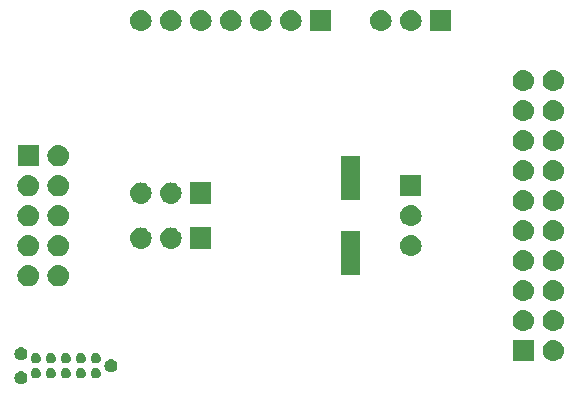
<source format=gbr>
G04 #@! TF.GenerationSoftware,KiCad,Pcbnew,5.1.4-e60b266~84~ubuntu19.04.1*
G04 #@! TF.CreationDate,2019-09-18T22:19:55+02:00*
G04 #@! TF.ProjectId,jlink-tagConnect-adapter,6a6c696e-6b2d-4746-9167-436f6e6e6563,rev?*
G04 #@! TF.SameCoordinates,Original*
G04 #@! TF.FileFunction,Soldermask,Bot*
G04 #@! TF.FilePolarity,Negative*
%FSLAX46Y46*%
G04 Gerber Fmt 4.6, Leading zero omitted, Abs format (unit mm)*
G04 Created by KiCad (PCBNEW 5.1.4-e60b266~84~ubuntu19.04.1) date 2019-09-18 22:19:55*
%MOMM*%
%LPD*%
G04 APERTURE LIST*
%ADD10C,0.100000*%
G04 APERTURE END LIST*
D10*
G36*
X98658578Y-111351197D02*
G01*
X98711350Y-111361694D01*
X98810770Y-111402875D01*
X98900246Y-111462661D01*
X98976339Y-111538754D01*
X99036125Y-111628230D01*
X99077306Y-111727650D01*
X99098300Y-111833194D01*
X99098300Y-111940806D01*
X99077306Y-112046350D01*
X99036125Y-112145770D01*
X98976339Y-112235246D01*
X98900246Y-112311339D01*
X98810770Y-112371125D01*
X98711350Y-112412306D01*
X98658578Y-112422803D01*
X98605807Y-112433300D01*
X98498193Y-112433300D01*
X98445422Y-112422803D01*
X98392650Y-112412306D01*
X98293230Y-112371125D01*
X98203754Y-112311339D01*
X98127661Y-112235246D01*
X98067875Y-112145770D01*
X98026694Y-112046350D01*
X98005700Y-111940806D01*
X98005700Y-111833194D01*
X98026694Y-111727650D01*
X98067875Y-111628230D01*
X98127661Y-111538754D01*
X98203754Y-111462661D01*
X98293230Y-111402875D01*
X98392650Y-111361694D01*
X98445422Y-111351197D01*
X98498193Y-111340700D01*
X98605807Y-111340700D01*
X98658578Y-111351197D01*
X98658578Y-111351197D01*
G37*
G36*
X105031714Y-111078389D02*
G01*
X105112645Y-111111912D01*
X105185480Y-111160579D01*
X105247421Y-111222520D01*
X105296088Y-111295355D01*
X105329611Y-111376286D01*
X105346700Y-111462201D01*
X105346700Y-111549799D01*
X105329611Y-111635714D01*
X105296088Y-111716645D01*
X105247421Y-111789480D01*
X105185480Y-111851421D01*
X105112645Y-111900088D01*
X105112644Y-111900089D01*
X105112643Y-111900089D01*
X105031714Y-111933611D01*
X104945801Y-111950700D01*
X104858199Y-111950700D01*
X104772286Y-111933611D01*
X104691357Y-111900089D01*
X104691356Y-111900089D01*
X104691355Y-111900088D01*
X104618520Y-111851421D01*
X104556579Y-111789480D01*
X104507912Y-111716645D01*
X104474389Y-111635714D01*
X104457300Y-111549799D01*
X104457300Y-111462201D01*
X104474389Y-111376286D01*
X104507912Y-111295355D01*
X104556579Y-111222520D01*
X104618520Y-111160579D01*
X104691355Y-111111912D01*
X104772286Y-111078389D01*
X104858199Y-111061300D01*
X104945801Y-111061300D01*
X105031714Y-111078389D01*
X105031714Y-111078389D01*
G37*
G36*
X103761714Y-111078389D02*
G01*
X103842645Y-111111912D01*
X103915480Y-111160579D01*
X103977421Y-111222520D01*
X104026088Y-111295355D01*
X104059611Y-111376286D01*
X104076700Y-111462201D01*
X104076700Y-111549799D01*
X104059611Y-111635714D01*
X104026088Y-111716645D01*
X103977421Y-111789480D01*
X103915480Y-111851421D01*
X103842645Y-111900088D01*
X103842644Y-111900089D01*
X103842643Y-111900089D01*
X103761714Y-111933611D01*
X103675801Y-111950700D01*
X103588199Y-111950700D01*
X103502286Y-111933611D01*
X103421357Y-111900089D01*
X103421356Y-111900089D01*
X103421355Y-111900088D01*
X103348520Y-111851421D01*
X103286579Y-111789480D01*
X103237912Y-111716645D01*
X103204389Y-111635714D01*
X103187300Y-111549799D01*
X103187300Y-111462201D01*
X103204389Y-111376286D01*
X103237912Y-111295355D01*
X103286579Y-111222520D01*
X103348520Y-111160579D01*
X103421355Y-111111912D01*
X103502286Y-111078389D01*
X103588199Y-111061300D01*
X103675801Y-111061300D01*
X103761714Y-111078389D01*
X103761714Y-111078389D01*
G37*
G36*
X102491714Y-111078389D02*
G01*
X102572645Y-111111912D01*
X102645480Y-111160579D01*
X102707421Y-111222520D01*
X102756088Y-111295355D01*
X102789611Y-111376286D01*
X102806700Y-111462201D01*
X102806700Y-111549799D01*
X102789611Y-111635714D01*
X102756088Y-111716645D01*
X102707421Y-111789480D01*
X102645480Y-111851421D01*
X102572645Y-111900088D01*
X102572644Y-111900089D01*
X102572643Y-111900089D01*
X102491714Y-111933611D01*
X102405801Y-111950700D01*
X102318199Y-111950700D01*
X102232286Y-111933611D01*
X102151357Y-111900089D01*
X102151356Y-111900089D01*
X102151355Y-111900088D01*
X102078520Y-111851421D01*
X102016579Y-111789480D01*
X101967912Y-111716645D01*
X101934389Y-111635714D01*
X101917300Y-111549799D01*
X101917300Y-111462201D01*
X101934389Y-111376286D01*
X101967912Y-111295355D01*
X102016579Y-111222520D01*
X102078520Y-111160579D01*
X102151355Y-111111912D01*
X102232286Y-111078389D01*
X102318199Y-111061300D01*
X102405801Y-111061300D01*
X102491714Y-111078389D01*
X102491714Y-111078389D01*
G37*
G36*
X99951714Y-111078389D02*
G01*
X100032645Y-111111912D01*
X100105480Y-111160579D01*
X100167421Y-111222520D01*
X100216088Y-111295355D01*
X100249611Y-111376286D01*
X100266700Y-111462201D01*
X100266700Y-111549799D01*
X100249611Y-111635714D01*
X100216088Y-111716645D01*
X100167421Y-111789480D01*
X100105480Y-111851421D01*
X100032645Y-111900088D01*
X100032644Y-111900089D01*
X100032643Y-111900089D01*
X99951714Y-111933611D01*
X99865801Y-111950700D01*
X99778199Y-111950700D01*
X99692286Y-111933611D01*
X99611357Y-111900089D01*
X99611356Y-111900089D01*
X99611355Y-111900088D01*
X99538520Y-111851421D01*
X99476579Y-111789480D01*
X99427912Y-111716645D01*
X99394389Y-111635714D01*
X99377300Y-111549799D01*
X99377300Y-111462201D01*
X99394389Y-111376286D01*
X99427912Y-111295355D01*
X99476579Y-111222520D01*
X99538520Y-111160579D01*
X99611355Y-111111912D01*
X99692286Y-111078389D01*
X99778199Y-111061300D01*
X99865801Y-111061300D01*
X99951714Y-111078389D01*
X99951714Y-111078389D01*
G37*
G36*
X101221714Y-111078389D02*
G01*
X101302645Y-111111912D01*
X101375480Y-111160579D01*
X101437421Y-111222520D01*
X101486088Y-111295355D01*
X101519611Y-111376286D01*
X101536700Y-111462201D01*
X101536700Y-111549799D01*
X101519611Y-111635714D01*
X101486088Y-111716645D01*
X101437421Y-111789480D01*
X101375480Y-111851421D01*
X101302645Y-111900088D01*
X101302644Y-111900089D01*
X101302643Y-111900089D01*
X101221714Y-111933611D01*
X101135801Y-111950700D01*
X101048199Y-111950700D01*
X100962286Y-111933611D01*
X100881357Y-111900089D01*
X100881356Y-111900089D01*
X100881355Y-111900088D01*
X100808520Y-111851421D01*
X100746579Y-111789480D01*
X100697912Y-111716645D01*
X100664389Y-111635714D01*
X100647300Y-111549799D01*
X100647300Y-111462201D01*
X100664389Y-111376286D01*
X100697912Y-111295355D01*
X100746579Y-111222520D01*
X100808520Y-111160579D01*
X100881355Y-111111912D01*
X100962286Y-111078389D01*
X101048199Y-111061300D01*
X101135801Y-111061300D01*
X101221714Y-111078389D01*
X101221714Y-111078389D01*
G37*
G36*
X106278578Y-110335197D02*
G01*
X106331350Y-110345694D01*
X106430770Y-110386875D01*
X106520246Y-110446661D01*
X106596339Y-110522754D01*
X106656125Y-110612230D01*
X106697306Y-110711650D01*
X106718300Y-110817194D01*
X106718300Y-110924806D01*
X106697306Y-111030350D01*
X106656125Y-111129770D01*
X106596339Y-111219246D01*
X106520246Y-111295339D01*
X106430770Y-111355125D01*
X106331350Y-111396306D01*
X106298325Y-111402875D01*
X106225807Y-111417300D01*
X106118193Y-111417300D01*
X106045675Y-111402875D01*
X106012650Y-111396306D01*
X105913230Y-111355125D01*
X105823754Y-111295339D01*
X105747661Y-111219246D01*
X105687875Y-111129770D01*
X105646694Y-111030350D01*
X105625700Y-110924806D01*
X105625700Y-110817194D01*
X105646694Y-110711650D01*
X105687875Y-110612230D01*
X105747661Y-110522754D01*
X105823754Y-110446661D01*
X105913230Y-110386875D01*
X106012650Y-110345694D01*
X106065422Y-110335197D01*
X106118193Y-110324700D01*
X106225807Y-110324700D01*
X106278578Y-110335197D01*
X106278578Y-110335197D01*
G37*
G36*
X102491714Y-109808389D02*
G01*
X102572645Y-109841912D01*
X102645480Y-109890579D01*
X102707421Y-109952520D01*
X102756088Y-110025355D01*
X102789611Y-110106286D01*
X102806700Y-110192201D01*
X102806700Y-110279799D01*
X102789611Y-110365714D01*
X102756088Y-110446645D01*
X102707421Y-110519480D01*
X102645480Y-110581421D01*
X102572645Y-110630088D01*
X102572644Y-110630089D01*
X102572643Y-110630089D01*
X102491714Y-110663611D01*
X102405801Y-110680700D01*
X102318199Y-110680700D01*
X102232286Y-110663611D01*
X102151357Y-110630089D01*
X102151356Y-110630089D01*
X102151355Y-110630088D01*
X102078520Y-110581421D01*
X102016579Y-110519480D01*
X101967912Y-110446645D01*
X101934389Y-110365714D01*
X101917300Y-110279799D01*
X101917300Y-110192201D01*
X101934389Y-110106286D01*
X101967912Y-110025355D01*
X102016579Y-109952520D01*
X102078520Y-109890579D01*
X102151355Y-109841912D01*
X102232286Y-109808389D01*
X102318199Y-109791300D01*
X102405801Y-109791300D01*
X102491714Y-109808389D01*
X102491714Y-109808389D01*
G37*
G36*
X103761714Y-109808389D02*
G01*
X103842645Y-109841912D01*
X103915480Y-109890579D01*
X103977421Y-109952520D01*
X104026088Y-110025355D01*
X104059611Y-110106286D01*
X104076700Y-110192201D01*
X104076700Y-110279799D01*
X104059611Y-110365714D01*
X104026088Y-110446645D01*
X103977421Y-110519480D01*
X103915480Y-110581421D01*
X103842645Y-110630088D01*
X103842644Y-110630089D01*
X103842643Y-110630089D01*
X103761714Y-110663611D01*
X103675801Y-110680700D01*
X103588199Y-110680700D01*
X103502286Y-110663611D01*
X103421357Y-110630089D01*
X103421356Y-110630089D01*
X103421355Y-110630088D01*
X103348520Y-110581421D01*
X103286579Y-110519480D01*
X103237912Y-110446645D01*
X103204389Y-110365714D01*
X103187300Y-110279799D01*
X103187300Y-110192201D01*
X103204389Y-110106286D01*
X103237912Y-110025355D01*
X103286579Y-109952520D01*
X103348520Y-109890579D01*
X103421355Y-109841912D01*
X103502286Y-109808389D01*
X103588199Y-109791300D01*
X103675801Y-109791300D01*
X103761714Y-109808389D01*
X103761714Y-109808389D01*
G37*
G36*
X105031714Y-109808389D02*
G01*
X105112645Y-109841912D01*
X105185480Y-109890579D01*
X105247421Y-109952520D01*
X105296088Y-110025355D01*
X105329611Y-110106286D01*
X105346700Y-110192201D01*
X105346700Y-110279799D01*
X105329611Y-110365714D01*
X105296088Y-110446645D01*
X105247421Y-110519480D01*
X105185480Y-110581421D01*
X105112645Y-110630088D01*
X105112644Y-110630089D01*
X105112643Y-110630089D01*
X105031714Y-110663611D01*
X104945801Y-110680700D01*
X104858199Y-110680700D01*
X104772286Y-110663611D01*
X104691357Y-110630089D01*
X104691356Y-110630089D01*
X104691355Y-110630088D01*
X104618520Y-110581421D01*
X104556579Y-110519480D01*
X104507912Y-110446645D01*
X104474389Y-110365714D01*
X104457300Y-110279799D01*
X104457300Y-110192201D01*
X104474389Y-110106286D01*
X104507912Y-110025355D01*
X104556579Y-109952520D01*
X104618520Y-109890579D01*
X104691355Y-109841912D01*
X104772286Y-109808389D01*
X104858199Y-109791300D01*
X104945801Y-109791300D01*
X105031714Y-109808389D01*
X105031714Y-109808389D01*
G37*
G36*
X99951714Y-109808389D02*
G01*
X100032645Y-109841912D01*
X100105480Y-109890579D01*
X100167421Y-109952520D01*
X100216088Y-110025355D01*
X100249611Y-110106286D01*
X100266700Y-110192201D01*
X100266700Y-110279799D01*
X100249611Y-110365714D01*
X100216088Y-110446645D01*
X100167421Y-110519480D01*
X100105480Y-110581421D01*
X100032645Y-110630088D01*
X100032644Y-110630089D01*
X100032643Y-110630089D01*
X99951714Y-110663611D01*
X99865801Y-110680700D01*
X99778199Y-110680700D01*
X99692286Y-110663611D01*
X99611357Y-110630089D01*
X99611356Y-110630089D01*
X99611355Y-110630088D01*
X99538520Y-110581421D01*
X99476579Y-110519480D01*
X99427912Y-110446645D01*
X99394389Y-110365714D01*
X99377300Y-110279799D01*
X99377300Y-110192201D01*
X99394389Y-110106286D01*
X99427912Y-110025355D01*
X99476579Y-109952520D01*
X99538520Y-109890579D01*
X99611355Y-109841912D01*
X99692286Y-109808389D01*
X99778199Y-109791300D01*
X99865801Y-109791300D01*
X99951714Y-109808389D01*
X99951714Y-109808389D01*
G37*
G36*
X101221714Y-109808389D02*
G01*
X101302645Y-109841912D01*
X101375480Y-109890579D01*
X101437421Y-109952520D01*
X101486088Y-110025355D01*
X101519611Y-110106286D01*
X101536700Y-110192201D01*
X101536700Y-110279799D01*
X101519611Y-110365714D01*
X101486088Y-110446645D01*
X101437421Y-110519480D01*
X101375480Y-110581421D01*
X101302645Y-110630088D01*
X101302644Y-110630089D01*
X101302643Y-110630089D01*
X101221714Y-110663611D01*
X101135801Y-110680700D01*
X101048199Y-110680700D01*
X100962286Y-110663611D01*
X100881357Y-110630089D01*
X100881356Y-110630089D01*
X100881355Y-110630088D01*
X100808520Y-110581421D01*
X100746579Y-110519480D01*
X100697912Y-110446645D01*
X100664389Y-110365714D01*
X100647300Y-110279799D01*
X100647300Y-110192201D01*
X100664389Y-110106286D01*
X100697912Y-110025355D01*
X100746579Y-109952520D01*
X100808520Y-109890579D01*
X100881355Y-109841912D01*
X100962286Y-109808389D01*
X101048199Y-109791300D01*
X101135801Y-109791300D01*
X101221714Y-109808389D01*
X101221714Y-109808389D01*
G37*
G36*
X141998000Y-110502000D02*
G01*
X140196000Y-110502000D01*
X140196000Y-108700000D01*
X141998000Y-108700000D01*
X141998000Y-110502000D01*
X141998000Y-110502000D01*
G37*
G36*
X143747443Y-108706519D02*
G01*
X143813627Y-108713037D01*
X143983466Y-108764557D01*
X144139991Y-108848222D01*
X144175729Y-108877552D01*
X144277186Y-108960814D01*
X144360448Y-109062271D01*
X144389778Y-109098009D01*
X144473443Y-109254534D01*
X144524963Y-109424373D01*
X144542359Y-109601000D01*
X144524963Y-109777627D01*
X144490699Y-109890579D01*
X144473442Y-109947468D01*
X144437693Y-110014349D01*
X144389778Y-110103991D01*
X144360448Y-110139729D01*
X144277186Y-110241186D01*
X144175729Y-110324448D01*
X144139991Y-110353778D01*
X143983466Y-110437443D01*
X143813627Y-110488963D01*
X143747443Y-110495481D01*
X143681260Y-110502000D01*
X143592740Y-110502000D01*
X143526557Y-110495481D01*
X143460373Y-110488963D01*
X143290534Y-110437443D01*
X143134009Y-110353778D01*
X143098271Y-110324448D01*
X142996814Y-110241186D01*
X142913552Y-110139729D01*
X142884222Y-110103991D01*
X142836307Y-110014349D01*
X142800558Y-109947468D01*
X142783301Y-109890579D01*
X142749037Y-109777627D01*
X142731641Y-109601000D01*
X142749037Y-109424373D01*
X142800557Y-109254534D01*
X142884222Y-109098009D01*
X142913552Y-109062271D01*
X142996814Y-108960814D01*
X143098271Y-108877552D01*
X143134009Y-108848222D01*
X143290534Y-108764557D01*
X143460373Y-108713037D01*
X143526557Y-108706519D01*
X143592740Y-108700000D01*
X143681260Y-108700000D01*
X143747443Y-108706519D01*
X143747443Y-108706519D01*
G37*
G36*
X98658578Y-109319197D02*
G01*
X98711350Y-109329694D01*
X98810770Y-109370875D01*
X98900246Y-109430661D01*
X98976339Y-109506754D01*
X99036125Y-109596230D01*
X99077306Y-109695650D01*
X99098300Y-109801194D01*
X99098300Y-109908806D01*
X99077306Y-110014350D01*
X99036125Y-110113770D01*
X98976339Y-110203246D01*
X98900246Y-110279339D01*
X98810770Y-110339125D01*
X98711350Y-110380306D01*
X98678325Y-110386875D01*
X98605807Y-110401300D01*
X98498193Y-110401300D01*
X98425675Y-110386875D01*
X98392650Y-110380306D01*
X98293230Y-110339125D01*
X98203754Y-110279339D01*
X98127661Y-110203246D01*
X98067875Y-110113770D01*
X98026694Y-110014350D01*
X98005700Y-109908806D01*
X98005700Y-109801194D01*
X98026694Y-109695650D01*
X98067875Y-109596230D01*
X98127661Y-109506754D01*
X98203754Y-109430661D01*
X98293230Y-109370875D01*
X98392650Y-109329694D01*
X98445422Y-109319197D01*
X98498193Y-109308700D01*
X98605807Y-109308700D01*
X98658578Y-109319197D01*
X98658578Y-109319197D01*
G37*
G36*
X143747442Y-106166518D02*
G01*
X143813627Y-106173037D01*
X143983466Y-106224557D01*
X144139991Y-106308222D01*
X144175729Y-106337552D01*
X144277186Y-106420814D01*
X144360448Y-106522271D01*
X144389778Y-106558009D01*
X144473443Y-106714534D01*
X144524963Y-106884373D01*
X144542359Y-107061000D01*
X144524963Y-107237627D01*
X144473443Y-107407466D01*
X144389778Y-107563991D01*
X144360448Y-107599729D01*
X144277186Y-107701186D01*
X144175729Y-107784448D01*
X144139991Y-107813778D01*
X143983466Y-107897443D01*
X143813627Y-107948963D01*
X143747443Y-107955481D01*
X143681260Y-107962000D01*
X143592740Y-107962000D01*
X143526557Y-107955481D01*
X143460373Y-107948963D01*
X143290534Y-107897443D01*
X143134009Y-107813778D01*
X143098271Y-107784448D01*
X142996814Y-107701186D01*
X142913552Y-107599729D01*
X142884222Y-107563991D01*
X142800557Y-107407466D01*
X142749037Y-107237627D01*
X142731641Y-107061000D01*
X142749037Y-106884373D01*
X142800557Y-106714534D01*
X142884222Y-106558009D01*
X142913552Y-106522271D01*
X142996814Y-106420814D01*
X143098271Y-106337552D01*
X143134009Y-106308222D01*
X143290534Y-106224557D01*
X143460373Y-106173037D01*
X143526558Y-106166518D01*
X143592740Y-106160000D01*
X143681260Y-106160000D01*
X143747442Y-106166518D01*
X143747442Y-106166518D01*
G37*
G36*
X141207442Y-106166518D02*
G01*
X141273627Y-106173037D01*
X141443466Y-106224557D01*
X141599991Y-106308222D01*
X141635729Y-106337552D01*
X141737186Y-106420814D01*
X141820448Y-106522271D01*
X141849778Y-106558009D01*
X141933443Y-106714534D01*
X141984963Y-106884373D01*
X142002359Y-107061000D01*
X141984963Y-107237627D01*
X141933443Y-107407466D01*
X141849778Y-107563991D01*
X141820448Y-107599729D01*
X141737186Y-107701186D01*
X141635729Y-107784448D01*
X141599991Y-107813778D01*
X141443466Y-107897443D01*
X141273627Y-107948963D01*
X141207443Y-107955481D01*
X141141260Y-107962000D01*
X141052740Y-107962000D01*
X140986557Y-107955481D01*
X140920373Y-107948963D01*
X140750534Y-107897443D01*
X140594009Y-107813778D01*
X140558271Y-107784448D01*
X140456814Y-107701186D01*
X140373552Y-107599729D01*
X140344222Y-107563991D01*
X140260557Y-107407466D01*
X140209037Y-107237627D01*
X140191641Y-107061000D01*
X140209037Y-106884373D01*
X140260557Y-106714534D01*
X140344222Y-106558009D01*
X140373552Y-106522271D01*
X140456814Y-106420814D01*
X140558271Y-106337552D01*
X140594009Y-106308222D01*
X140750534Y-106224557D01*
X140920373Y-106173037D01*
X140986558Y-106166518D01*
X141052740Y-106160000D01*
X141141260Y-106160000D01*
X141207442Y-106166518D01*
X141207442Y-106166518D01*
G37*
G36*
X141207442Y-103626518D02*
G01*
X141273627Y-103633037D01*
X141443466Y-103684557D01*
X141599991Y-103768222D01*
X141635729Y-103797552D01*
X141737186Y-103880814D01*
X141820448Y-103982271D01*
X141849778Y-104018009D01*
X141933443Y-104174534D01*
X141984963Y-104344373D01*
X142002359Y-104521000D01*
X141984963Y-104697627D01*
X141933443Y-104867466D01*
X141849778Y-105023991D01*
X141820448Y-105059729D01*
X141737186Y-105161186D01*
X141635729Y-105244448D01*
X141599991Y-105273778D01*
X141443466Y-105357443D01*
X141273627Y-105408963D01*
X141207442Y-105415482D01*
X141141260Y-105422000D01*
X141052740Y-105422000D01*
X140986558Y-105415482D01*
X140920373Y-105408963D01*
X140750534Y-105357443D01*
X140594009Y-105273778D01*
X140558271Y-105244448D01*
X140456814Y-105161186D01*
X140373552Y-105059729D01*
X140344222Y-105023991D01*
X140260557Y-104867466D01*
X140209037Y-104697627D01*
X140191641Y-104521000D01*
X140209037Y-104344373D01*
X140260557Y-104174534D01*
X140344222Y-104018009D01*
X140373552Y-103982271D01*
X140456814Y-103880814D01*
X140558271Y-103797552D01*
X140594009Y-103768222D01*
X140750534Y-103684557D01*
X140920373Y-103633037D01*
X140986558Y-103626518D01*
X141052740Y-103620000D01*
X141141260Y-103620000D01*
X141207442Y-103626518D01*
X141207442Y-103626518D01*
G37*
G36*
X143747442Y-103626518D02*
G01*
X143813627Y-103633037D01*
X143983466Y-103684557D01*
X144139991Y-103768222D01*
X144175729Y-103797552D01*
X144277186Y-103880814D01*
X144360448Y-103982271D01*
X144389778Y-104018009D01*
X144473443Y-104174534D01*
X144524963Y-104344373D01*
X144542359Y-104521000D01*
X144524963Y-104697627D01*
X144473443Y-104867466D01*
X144389778Y-105023991D01*
X144360448Y-105059729D01*
X144277186Y-105161186D01*
X144175729Y-105244448D01*
X144139991Y-105273778D01*
X143983466Y-105357443D01*
X143813627Y-105408963D01*
X143747442Y-105415482D01*
X143681260Y-105422000D01*
X143592740Y-105422000D01*
X143526558Y-105415482D01*
X143460373Y-105408963D01*
X143290534Y-105357443D01*
X143134009Y-105273778D01*
X143098271Y-105244448D01*
X142996814Y-105161186D01*
X142913552Y-105059729D01*
X142884222Y-105023991D01*
X142800557Y-104867466D01*
X142749037Y-104697627D01*
X142731641Y-104521000D01*
X142749037Y-104344373D01*
X142800557Y-104174534D01*
X142884222Y-104018009D01*
X142913552Y-103982271D01*
X142996814Y-103880814D01*
X143098271Y-103797552D01*
X143134009Y-103768222D01*
X143290534Y-103684557D01*
X143460373Y-103633037D01*
X143526558Y-103626518D01*
X143592740Y-103620000D01*
X143681260Y-103620000D01*
X143747442Y-103626518D01*
X143747442Y-103626518D01*
G37*
G36*
X101906294Y-102349633D02*
G01*
X102078695Y-102401931D01*
X102237583Y-102486858D01*
X102376849Y-102601151D01*
X102491142Y-102740417D01*
X102576069Y-102899305D01*
X102628367Y-103071706D01*
X102646025Y-103251000D01*
X102628367Y-103430294D01*
X102576069Y-103602695D01*
X102491142Y-103761583D01*
X102376849Y-103900849D01*
X102237583Y-104015142D01*
X102078695Y-104100069D01*
X101906294Y-104152367D01*
X101771931Y-104165600D01*
X101682069Y-104165600D01*
X101547706Y-104152367D01*
X101375305Y-104100069D01*
X101216417Y-104015142D01*
X101077151Y-103900849D01*
X100962858Y-103761583D01*
X100877931Y-103602695D01*
X100825633Y-103430294D01*
X100807975Y-103251000D01*
X100825633Y-103071706D01*
X100877931Y-102899305D01*
X100962858Y-102740417D01*
X101077151Y-102601151D01*
X101216417Y-102486858D01*
X101375305Y-102401931D01*
X101547706Y-102349633D01*
X101682069Y-102336400D01*
X101771931Y-102336400D01*
X101906294Y-102349633D01*
X101906294Y-102349633D01*
G37*
G36*
X99366294Y-102349633D02*
G01*
X99538695Y-102401931D01*
X99697583Y-102486858D01*
X99836849Y-102601151D01*
X99951142Y-102740417D01*
X100036069Y-102899305D01*
X100088367Y-103071706D01*
X100106025Y-103251000D01*
X100088367Y-103430294D01*
X100036069Y-103602695D01*
X99951142Y-103761583D01*
X99836849Y-103900849D01*
X99697583Y-104015142D01*
X99538695Y-104100069D01*
X99366294Y-104152367D01*
X99231931Y-104165600D01*
X99142069Y-104165600D01*
X99007706Y-104152367D01*
X98835305Y-104100069D01*
X98676417Y-104015142D01*
X98537151Y-103900849D01*
X98422858Y-103761583D01*
X98337931Y-103602695D01*
X98285633Y-103430294D01*
X98267975Y-103251000D01*
X98285633Y-103071706D01*
X98337931Y-102899305D01*
X98422858Y-102740417D01*
X98537151Y-102601151D01*
X98676417Y-102486858D01*
X98835305Y-102401931D01*
X99007706Y-102349633D01*
X99142069Y-102336400D01*
X99231931Y-102336400D01*
X99366294Y-102349633D01*
X99366294Y-102349633D01*
G37*
G36*
X127293000Y-103197000D02*
G01*
X125691000Y-103197000D01*
X125691000Y-99495000D01*
X127293000Y-99495000D01*
X127293000Y-103197000D01*
X127293000Y-103197000D01*
G37*
G36*
X143747443Y-101086519D02*
G01*
X143813627Y-101093037D01*
X143983466Y-101144557D01*
X144139991Y-101228222D01*
X144175729Y-101257552D01*
X144277186Y-101340814D01*
X144360448Y-101442271D01*
X144389778Y-101478009D01*
X144473443Y-101634534D01*
X144524963Y-101804373D01*
X144542359Y-101981000D01*
X144524963Y-102157627D01*
X144473443Y-102327466D01*
X144389778Y-102483991D01*
X144387425Y-102486858D01*
X144277186Y-102621186D01*
X144175729Y-102704448D01*
X144139991Y-102733778D01*
X143983466Y-102817443D01*
X143813627Y-102868963D01*
X143747443Y-102875481D01*
X143681260Y-102882000D01*
X143592740Y-102882000D01*
X143526557Y-102875481D01*
X143460373Y-102868963D01*
X143290534Y-102817443D01*
X143134009Y-102733778D01*
X143098271Y-102704448D01*
X142996814Y-102621186D01*
X142886575Y-102486858D01*
X142884222Y-102483991D01*
X142800557Y-102327466D01*
X142749037Y-102157627D01*
X142731641Y-101981000D01*
X142749037Y-101804373D01*
X142800557Y-101634534D01*
X142884222Y-101478009D01*
X142913552Y-101442271D01*
X142996814Y-101340814D01*
X143098271Y-101257552D01*
X143134009Y-101228222D01*
X143290534Y-101144557D01*
X143460373Y-101093037D01*
X143526557Y-101086519D01*
X143592740Y-101080000D01*
X143681260Y-101080000D01*
X143747443Y-101086519D01*
X143747443Y-101086519D01*
G37*
G36*
X141207443Y-101086519D02*
G01*
X141273627Y-101093037D01*
X141443466Y-101144557D01*
X141599991Y-101228222D01*
X141635729Y-101257552D01*
X141737186Y-101340814D01*
X141820448Y-101442271D01*
X141849778Y-101478009D01*
X141933443Y-101634534D01*
X141984963Y-101804373D01*
X142002359Y-101981000D01*
X141984963Y-102157627D01*
X141933443Y-102327466D01*
X141849778Y-102483991D01*
X141847425Y-102486858D01*
X141737186Y-102621186D01*
X141635729Y-102704448D01*
X141599991Y-102733778D01*
X141443466Y-102817443D01*
X141273627Y-102868963D01*
X141207443Y-102875481D01*
X141141260Y-102882000D01*
X141052740Y-102882000D01*
X140986557Y-102875481D01*
X140920373Y-102868963D01*
X140750534Y-102817443D01*
X140594009Y-102733778D01*
X140558271Y-102704448D01*
X140456814Y-102621186D01*
X140346575Y-102486858D01*
X140344222Y-102483991D01*
X140260557Y-102327466D01*
X140209037Y-102157627D01*
X140191641Y-101981000D01*
X140209037Y-101804373D01*
X140260557Y-101634534D01*
X140344222Y-101478009D01*
X140373552Y-101442271D01*
X140456814Y-101340814D01*
X140558271Y-101257552D01*
X140594009Y-101228222D01*
X140750534Y-101144557D01*
X140920373Y-101093037D01*
X140986557Y-101086519D01*
X141052740Y-101080000D01*
X141141260Y-101080000D01*
X141207443Y-101086519D01*
X141207443Y-101086519D01*
G37*
G36*
X101906294Y-99809633D02*
G01*
X102078695Y-99861931D01*
X102237583Y-99946858D01*
X102376849Y-100061151D01*
X102491142Y-100200417D01*
X102576069Y-100359305D01*
X102628367Y-100531706D01*
X102646025Y-100711000D01*
X102628367Y-100890294D01*
X102576069Y-101062695D01*
X102491142Y-101221583D01*
X102376849Y-101360849D01*
X102237583Y-101475142D01*
X102078695Y-101560069D01*
X101906294Y-101612367D01*
X101771931Y-101625600D01*
X101682069Y-101625600D01*
X101547706Y-101612367D01*
X101375305Y-101560069D01*
X101216417Y-101475142D01*
X101077151Y-101360849D01*
X100962858Y-101221583D01*
X100877931Y-101062695D01*
X100825633Y-100890294D01*
X100807975Y-100711000D01*
X100825633Y-100531706D01*
X100877931Y-100359305D01*
X100962858Y-100200417D01*
X101077151Y-100061151D01*
X101216417Y-99946858D01*
X101375305Y-99861931D01*
X101547706Y-99809633D01*
X101682069Y-99796400D01*
X101771931Y-99796400D01*
X101906294Y-99809633D01*
X101906294Y-99809633D01*
G37*
G36*
X99366294Y-99809633D02*
G01*
X99538695Y-99861931D01*
X99697583Y-99946858D01*
X99836849Y-100061151D01*
X99951142Y-100200417D01*
X100036069Y-100359305D01*
X100088367Y-100531706D01*
X100106025Y-100711000D01*
X100088367Y-100890294D01*
X100036069Y-101062695D01*
X99951142Y-101221583D01*
X99836849Y-101360849D01*
X99697583Y-101475142D01*
X99538695Y-101560069D01*
X99366294Y-101612367D01*
X99231931Y-101625600D01*
X99142069Y-101625600D01*
X99007706Y-101612367D01*
X98835305Y-101560069D01*
X98676417Y-101475142D01*
X98537151Y-101360849D01*
X98422858Y-101221583D01*
X98337931Y-101062695D01*
X98285633Y-100890294D01*
X98267975Y-100711000D01*
X98285633Y-100531706D01*
X98337931Y-100359305D01*
X98422858Y-100200417D01*
X98537151Y-100061151D01*
X98676417Y-99946858D01*
X98835305Y-99861931D01*
X99007706Y-99809633D01*
X99142069Y-99796400D01*
X99231931Y-99796400D01*
X99366294Y-99809633D01*
X99366294Y-99809633D01*
G37*
G36*
X131682442Y-99816518D02*
G01*
X131748627Y-99823037D01*
X131918466Y-99874557D01*
X132074991Y-99958222D01*
X132110729Y-99987552D01*
X132212186Y-100070814D01*
X132295448Y-100172271D01*
X132324778Y-100208009D01*
X132324779Y-100208011D01*
X132405648Y-100359304D01*
X132408443Y-100364534D01*
X132459963Y-100534373D01*
X132477359Y-100711000D01*
X132459963Y-100887627D01*
X132432852Y-100977000D01*
X132408442Y-101057468D01*
X132396398Y-101080000D01*
X132324778Y-101213991D01*
X132295448Y-101249729D01*
X132212186Y-101351186D01*
X132110729Y-101434448D01*
X132074991Y-101463778D01*
X131918466Y-101547443D01*
X131748627Y-101598963D01*
X131682442Y-101605482D01*
X131616260Y-101612000D01*
X131527740Y-101612000D01*
X131461557Y-101605481D01*
X131395373Y-101598963D01*
X131225534Y-101547443D01*
X131069009Y-101463778D01*
X131033271Y-101434448D01*
X130931814Y-101351186D01*
X130848552Y-101249729D01*
X130819222Y-101213991D01*
X130747602Y-101080000D01*
X130735558Y-101057468D01*
X130711148Y-100977000D01*
X130684037Y-100887627D01*
X130666641Y-100711000D01*
X130684037Y-100534373D01*
X130735557Y-100364534D01*
X130738353Y-100359304D01*
X130819221Y-100208011D01*
X130819222Y-100208009D01*
X130848552Y-100172271D01*
X130931814Y-100070814D01*
X131033271Y-99987552D01*
X131069009Y-99958222D01*
X131225534Y-99874557D01*
X131395373Y-99823037D01*
X131461558Y-99816518D01*
X131527740Y-99810000D01*
X131616260Y-99810000D01*
X131682442Y-99816518D01*
X131682442Y-99816518D01*
G37*
G36*
X114693000Y-100977000D02*
G01*
X112891000Y-100977000D01*
X112891000Y-99175000D01*
X114693000Y-99175000D01*
X114693000Y-100977000D01*
X114693000Y-100977000D01*
G37*
G36*
X111362442Y-99181518D02*
G01*
X111428627Y-99188037D01*
X111598466Y-99239557D01*
X111754991Y-99323222D01*
X111790729Y-99352552D01*
X111892186Y-99435814D01*
X111975448Y-99537271D01*
X112004778Y-99573009D01*
X112088443Y-99729534D01*
X112139963Y-99899373D01*
X112157359Y-100076000D01*
X112139963Y-100252627D01*
X112088443Y-100422466D01*
X112004778Y-100578991D01*
X111989998Y-100597000D01*
X111892186Y-100716186D01*
X111796149Y-100795000D01*
X111754991Y-100828778D01*
X111598466Y-100912443D01*
X111428627Y-100963963D01*
X111362442Y-100970482D01*
X111296260Y-100977000D01*
X111207740Y-100977000D01*
X111141558Y-100970482D01*
X111075373Y-100963963D01*
X110905534Y-100912443D01*
X110749009Y-100828778D01*
X110707851Y-100795000D01*
X110611814Y-100716186D01*
X110514002Y-100597000D01*
X110499222Y-100578991D01*
X110415557Y-100422466D01*
X110364037Y-100252627D01*
X110346641Y-100076000D01*
X110364037Y-99899373D01*
X110415557Y-99729534D01*
X110499222Y-99573009D01*
X110528552Y-99537271D01*
X110611814Y-99435814D01*
X110713271Y-99352552D01*
X110749009Y-99323222D01*
X110905534Y-99239557D01*
X111075373Y-99188037D01*
X111141558Y-99181518D01*
X111207740Y-99175000D01*
X111296260Y-99175000D01*
X111362442Y-99181518D01*
X111362442Y-99181518D01*
G37*
G36*
X108822442Y-99181518D02*
G01*
X108888627Y-99188037D01*
X109058466Y-99239557D01*
X109214991Y-99323222D01*
X109250729Y-99352552D01*
X109352186Y-99435814D01*
X109435448Y-99537271D01*
X109464778Y-99573009D01*
X109548443Y-99729534D01*
X109599963Y-99899373D01*
X109617359Y-100076000D01*
X109599963Y-100252627D01*
X109548443Y-100422466D01*
X109464778Y-100578991D01*
X109449998Y-100597000D01*
X109352186Y-100716186D01*
X109256149Y-100795000D01*
X109214991Y-100828778D01*
X109058466Y-100912443D01*
X108888627Y-100963963D01*
X108822442Y-100970482D01*
X108756260Y-100977000D01*
X108667740Y-100977000D01*
X108601558Y-100970482D01*
X108535373Y-100963963D01*
X108365534Y-100912443D01*
X108209009Y-100828778D01*
X108167851Y-100795000D01*
X108071814Y-100716186D01*
X107974002Y-100597000D01*
X107959222Y-100578991D01*
X107875557Y-100422466D01*
X107824037Y-100252627D01*
X107806641Y-100076000D01*
X107824037Y-99899373D01*
X107875557Y-99729534D01*
X107959222Y-99573009D01*
X107988552Y-99537271D01*
X108071814Y-99435814D01*
X108173271Y-99352552D01*
X108209009Y-99323222D01*
X108365534Y-99239557D01*
X108535373Y-99188037D01*
X108601558Y-99181518D01*
X108667740Y-99175000D01*
X108756260Y-99175000D01*
X108822442Y-99181518D01*
X108822442Y-99181518D01*
G37*
G36*
X143747442Y-98546518D02*
G01*
X143813627Y-98553037D01*
X143983466Y-98604557D01*
X144139991Y-98688222D01*
X144175729Y-98717552D01*
X144277186Y-98800814D01*
X144360448Y-98902271D01*
X144389778Y-98938009D01*
X144473443Y-99094534D01*
X144524963Y-99264373D01*
X144542359Y-99441000D01*
X144524963Y-99617627D01*
X144473443Y-99787466D01*
X144389778Y-99943991D01*
X144360448Y-99979729D01*
X144277186Y-100081186D01*
X144175729Y-100164448D01*
X144139991Y-100193778D01*
X143983466Y-100277443D01*
X143813627Y-100328963D01*
X143747443Y-100335481D01*
X143681260Y-100342000D01*
X143592740Y-100342000D01*
X143526557Y-100335481D01*
X143460373Y-100328963D01*
X143290534Y-100277443D01*
X143134009Y-100193778D01*
X143098271Y-100164448D01*
X142996814Y-100081186D01*
X142913552Y-99979729D01*
X142884222Y-99943991D01*
X142800557Y-99787466D01*
X142749037Y-99617627D01*
X142731641Y-99441000D01*
X142749037Y-99264373D01*
X142800557Y-99094534D01*
X142884222Y-98938009D01*
X142913552Y-98902271D01*
X142996814Y-98800814D01*
X143098271Y-98717552D01*
X143134009Y-98688222D01*
X143290534Y-98604557D01*
X143460373Y-98553037D01*
X143526558Y-98546518D01*
X143592740Y-98540000D01*
X143681260Y-98540000D01*
X143747442Y-98546518D01*
X143747442Y-98546518D01*
G37*
G36*
X141207442Y-98546518D02*
G01*
X141273627Y-98553037D01*
X141443466Y-98604557D01*
X141599991Y-98688222D01*
X141635729Y-98717552D01*
X141737186Y-98800814D01*
X141820448Y-98902271D01*
X141849778Y-98938009D01*
X141933443Y-99094534D01*
X141984963Y-99264373D01*
X142002359Y-99441000D01*
X141984963Y-99617627D01*
X141933443Y-99787466D01*
X141849778Y-99943991D01*
X141820448Y-99979729D01*
X141737186Y-100081186D01*
X141635729Y-100164448D01*
X141599991Y-100193778D01*
X141443466Y-100277443D01*
X141273627Y-100328963D01*
X141207443Y-100335481D01*
X141141260Y-100342000D01*
X141052740Y-100342000D01*
X140986557Y-100335481D01*
X140920373Y-100328963D01*
X140750534Y-100277443D01*
X140594009Y-100193778D01*
X140558271Y-100164448D01*
X140456814Y-100081186D01*
X140373552Y-99979729D01*
X140344222Y-99943991D01*
X140260557Y-99787466D01*
X140209037Y-99617627D01*
X140191641Y-99441000D01*
X140209037Y-99264373D01*
X140260557Y-99094534D01*
X140344222Y-98938009D01*
X140373552Y-98902271D01*
X140456814Y-98800814D01*
X140558271Y-98717552D01*
X140594009Y-98688222D01*
X140750534Y-98604557D01*
X140920373Y-98553037D01*
X140986558Y-98546518D01*
X141052740Y-98540000D01*
X141141260Y-98540000D01*
X141207442Y-98546518D01*
X141207442Y-98546518D01*
G37*
G36*
X99366294Y-97269633D02*
G01*
X99538695Y-97321931D01*
X99697583Y-97406858D01*
X99836849Y-97521151D01*
X99951142Y-97660417D01*
X100036069Y-97819305D01*
X100088367Y-97991706D01*
X100106025Y-98171000D01*
X100088367Y-98350294D01*
X100036069Y-98522695D01*
X99951142Y-98681583D01*
X99836849Y-98820849D01*
X99697583Y-98935142D01*
X99538695Y-99020069D01*
X99366294Y-99072367D01*
X99231931Y-99085600D01*
X99142069Y-99085600D01*
X99007706Y-99072367D01*
X98835305Y-99020069D01*
X98676417Y-98935142D01*
X98537151Y-98820849D01*
X98422858Y-98681583D01*
X98337931Y-98522695D01*
X98285633Y-98350294D01*
X98267975Y-98171000D01*
X98285633Y-97991706D01*
X98337931Y-97819305D01*
X98422858Y-97660417D01*
X98537151Y-97521151D01*
X98676417Y-97406858D01*
X98835305Y-97321931D01*
X99007706Y-97269633D01*
X99142069Y-97256400D01*
X99231931Y-97256400D01*
X99366294Y-97269633D01*
X99366294Y-97269633D01*
G37*
G36*
X101906294Y-97269633D02*
G01*
X102078695Y-97321931D01*
X102237583Y-97406858D01*
X102376849Y-97521151D01*
X102491142Y-97660417D01*
X102576069Y-97819305D01*
X102628367Y-97991706D01*
X102646025Y-98171000D01*
X102628367Y-98350294D01*
X102576069Y-98522695D01*
X102491142Y-98681583D01*
X102376849Y-98820849D01*
X102237583Y-98935142D01*
X102078695Y-99020069D01*
X101906294Y-99072367D01*
X101771931Y-99085600D01*
X101682069Y-99085600D01*
X101547706Y-99072367D01*
X101375305Y-99020069D01*
X101216417Y-98935142D01*
X101077151Y-98820849D01*
X100962858Y-98681583D01*
X100877931Y-98522695D01*
X100825633Y-98350294D01*
X100807975Y-98171000D01*
X100825633Y-97991706D01*
X100877931Y-97819305D01*
X100962858Y-97660417D01*
X101077151Y-97521151D01*
X101216417Y-97406858D01*
X101375305Y-97321931D01*
X101547706Y-97269633D01*
X101682069Y-97256400D01*
X101771931Y-97256400D01*
X101906294Y-97269633D01*
X101906294Y-97269633D01*
G37*
G36*
X131682443Y-97276519D02*
G01*
X131748627Y-97283037D01*
X131918466Y-97334557D01*
X132074991Y-97418222D01*
X132110729Y-97447552D01*
X132212186Y-97530814D01*
X132295448Y-97632271D01*
X132324778Y-97668009D01*
X132324779Y-97668011D01*
X132405648Y-97819304D01*
X132408443Y-97824534D01*
X132459963Y-97994373D01*
X132477359Y-98171000D01*
X132459963Y-98347627D01*
X132408443Y-98517466D01*
X132408442Y-98517468D01*
X132396398Y-98540000D01*
X132324778Y-98673991D01*
X132295448Y-98709729D01*
X132212186Y-98811186D01*
X132110729Y-98894448D01*
X132074991Y-98923778D01*
X131918466Y-99007443D01*
X131748627Y-99058963D01*
X131682442Y-99065482D01*
X131616260Y-99072000D01*
X131527740Y-99072000D01*
X131461558Y-99065482D01*
X131395373Y-99058963D01*
X131225534Y-99007443D01*
X131069009Y-98923778D01*
X131033271Y-98894448D01*
X130931814Y-98811186D01*
X130848552Y-98709729D01*
X130819222Y-98673991D01*
X130747602Y-98540000D01*
X130735558Y-98517468D01*
X130735557Y-98517466D01*
X130684037Y-98347627D01*
X130666641Y-98171000D01*
X130684037Y-97994373D01*
X130735557Y-97824534D01*
X130738353Y-97819304D01*
X130819221Y-97668011D01*
X130819222Y-97668009D01*
X130848552Y-97632271D01*
X130931814Y-97530814D01*
X131033271Y-97447552D01*
X131069009Y-97418222D01*
X131225534Y-97334557D01*
X131395373Y-97283037D01*
X131461557Y-97276519D01*
X131527740Y-97270000D01*
X131616260Y-97270000D01*
X131682443Y-97276519D01*
X131682443Y-97276519D01*
G37*
G36*
X141207443Y-96006519D02*
G01*
X141273627Y-96013037D01*
X141443466Y-96064557D01*
X141599991Y-96148222D01*
X141635729Y-96177552D01*
X141737186Y-96260814D01*
X141820448Y-96362271D01*
X141849778Y-96398009D01*
X141933443Y-96554534D01*
X141984963Y-96724373D01*
X142002359Y-96901000D01*
X141984963Y-97077627D01*
X141933443Y-97247466D01*
X141849778Y-97403991D01*
X141820448Y-97439729D01*
X141737186Y-97541186D01*
X141635729Y-97624448D01*
X141599991Y-97653778D01*
X141443466Y-97737443D01*
X141273627Y-97788963D01*
X141207443Y-97795481D01*
X141141260Y-97802000D01*
X141052740Y-97802000D01*
X140986558Y-97795482D01*
X140920373Y-97788963D01*
X140750534Y-97737443D01*
X140594009Y-97653778D01*
X140558271Y-97624448D01*
X140456814Y-97541186D01*
X140373552Y-97439729D01*
X140344222Y-97403991D01*
X140260557Y-97247466D01*
X140209037Y-97077627D01*
X140191641Y-96901000D01*
X140209037Y-96724373D01*
X140260557Y-96554534D01*
X140344222Y-96398009D01*
X140373552Y-96362271D01*
X140456814Y-96260814D01*
X140558271Y-96177552D01*
X140594009Y-96148222D01*
X140750534Y-96064557D01*
X140920373Y-96013037D01*
X140986558Y-96006518D01*
X141052740Y-96000000D01*
X141141260Y-96000000D01*
X141207443Y-96006519D01*
X141207443Y-96006519D01*
G37*
G36*
X143747443Y-96006519D02*
G01*
X143813627Y-96013037D01*
X143983466Y-96064557D01*
X144139991Y-96148222D01*
X144175729Y-96177552D01*
X144277186Y-96260814D01*
X144360448Y-96362271D01*
X144389778Y-96398009D01*
X144473443Y-96554534D01*
X144524963Y-96724373D01*
X144542359Y-96901000D01*
X144524963Y-97077627D01*
X144473443Y-97247466D01*
X144389778Y-97403991D01*
X144360448Y-97439729D01*
X144277186Y-97541186D01*
X144175729Y-97624448D01*
X144139991Y-97653778D01*
X143983466Y-97737443D01*
X143813627Y-97788963D01*
X143747443Y-97795481D01*
X143681260Y-97802000D01*
X143592740Y-97802000D01*
X143526558Y-97795482D01*
X143460373Y-97788963D01*
X143290534Y-97737443D01*
X143134009Y-97653778D01*
X143098271Y-97624448D01*
X142996814Y-97541186D01*
X142913552Y-97439729D01*
X142884222Y-97403991D01*
X142800557Y-97247466D01*
X142749037Y-97077627D01*
X142731641Y-96901000D01*
X142749037Y-96724373D01*
X142800557Y-96554534D01*
X142884222Y-96398009D01*
X142913552Y-96362271D01*
X142996814Y-96260814D01*
X143098271Y-96177552D01*
X143134009Y-96148222D01*
X143290534Y-96064557D01*
X143460373Y-96013037D01*
X143526558Y-96006518D01*
X143592740Y-96000000D01*
X143681260Y-96000000D01*
X143747443Y-96006519D01*
X143747443Y-96006519D01*
G37*
G36*
X114693000Y-97167000D02*
G01*
X112891000Y-97167000D01*
X112891000Y-95365000D01*
X114693000Y-95365000D01*
X114693000Y-97167000D01*
X114693000Y-97167000D01*
G37*
G36*
X108822443Y-95371519D02*
G01*
X108888627Y-95378037D01*
X109058466Y-95429557D01*
X109214991Y-95513222D01*
X109250729Y-95542552D01*
X109352186Y-95625814D01*
X109435448Y-95727271D01*
X109464778Y-95763009D01*
X109548443Y-95919534D01*
X109599963Y-96089373D01*
X109617359Y-96266000D01*
X109599963Y-96442627D01*
X109548443Y-96612466D01*
X109464778Y-96768991D01*
X109435448Y-96804729D01*
X109352186Y-96906186D01*
X109250729Y-96989448D01*
X109214991Y-97018778D01*
X109058466Y-97102443D01*
X108888627Y-97153963D01*
X108822443Y-97160481D01*
X108756260Y-97167000D01*
X108667740Y-97167000D01*
X108601557Y-97160481D01*
X108535373Y-97153963D01*
X108365534Y-97102443D01*
X108209009Y-97018778D01*
X108173271Y-96989448D01*
X108071814Y-96906186D01*
X107988552Y-96804729D01*
X107959222Y-96768991D01*
X107875557Y-96612466D01*
X107824037Y-96442627D01*
X107806641Y-96266000D01*
X107824037Y-96089373D01*
X107875557Y-95919534D01*
X107959222Y-95763009D01*
X107988552Y-95727271D01*
X108071814Y-95625814D01*
X108173271Y-95542552D01*
X108209009Y-95513222D01*
X108365534Y-95429557D01*
X108535373Y-95378037D01*
X108601557Y-95371519D01*
X108667740Y-95365000D01*
X108756260Y-95365000D01*
X108822443Y-95371519D01*
X108822443Y-95371519D01*
G37*
G36*
X111362443Y-95371519D02*
G01*
X111428627Y-95378037D01*
X111598466Y-95429557D01*
X111754991Y-95513222D01*
X111790729Y-95542552D01*
X111892186Y-95625814D01*
X111975448Y-95727271D01*
X112004778Y-95763009D01*
X112088443Y-95919534D01*
X112139963Y-96089373D01*
X112157359Y-96266000D01*
X112139963Y-96442627D01*
X112088443Y-96612466D01*
X112004778Y-96768991D01*
X111975448Y-96804729D01*
X111892186Y-96906186D01*
X111790729Y-96989448D01*
X111754991Y-97018778D01*
X111598466Y-97102443D01*
X111428627Y-97153963D01*
X111362443Y-97160481D01*
X111296260Y-97167000D01*
X111207740Y-97167000D01*
X111141557Y-97160481D01*
X111075373Y-97153963D01*
X110905534Y-97102443D01*
X110749009Y-97018778D01*
X110713271Y-96989448D01*
X110611814Y-96906186D01*
X110528552Y-96804729D01*
X110499222Y-96768991D01*
X110415557Y-96612466D01*
X110364037Y-96442627D01*
X110346641Y-96266000D01*
X110364037Y-96089373D01*
X110415557Y-95919534D01*
X110499222Y-95763009D01*
X110528552Y-95727271D01*
X110611814Y-95625814D01*
X110713271Y-95542552D01*
X110749009Y-95513222D01*
X110905534Y-95429557D01*
X111075373Y-95378037D01*
X111141557Y-95371519D01*
X111207740Y-95365000D01*
X111296260Y-95365000D01*
X111362443Y-95371519D01*
X111362443Y-95371519D01*
G37*
G36*
X127293000Y-96847000D02*
G01*
X125691000Y-96847000D01*
X125691000Y-93145000D01*
X127293000Y-93145000D01*
X127293000Y-96847000D01*
X127293000Y-96847000D01*
G37*
G36*
X99366294Y-94729633D02*
G01*
X99538695Y-94781931D01*
X99697583Y-94866858D01*
X99836849Y-94981151D01*
X99951142Y-95120417D01*
X100036069Y-95279305D01*
X100088367Y-95451706D01*
X100106025Y-95631000D01*
X100088367Y-95810294D01*
X100036069Y-95982695D01*
X99951142Y-96141583D01*
X99836849Y-96280849D01*
X99697583Y-96395142D01*
X99538695Y-96480069D01*
X99366294Y-96532367D01*
X99231931Y-96545600D01*
X99142069Y-96545600D01*
X99007706Y-96532367D01*
X98835305Y-96480069D01*
X98676417Y-96395142D01*
X98537151Y-96280849D01*
X98422858Y-96141583D01*
X98337931Y-95982695D01*
X98285633Y-95810294D01*
X98267975Y-95631000D01*
X98285633Y-95451706D01*
X98337931Y-95279305D01*
X98422858Y-95120417D01*
X98537151Y-94981151D01*
X98676417Y-94866858D01*
X98835305Y-94781931D01*
X99007706Y-94729633D01*
X99142069Y-94716400D01*
X99231931Y-94716400D01*
X99366294Y-94729633D01*
X99366294Y-94729633D01*
G37*
G36*
X101906294Y-94729633D02*
G01*
X102078695Y-94781931D01*
X102237583Y-94866858D01*
X102376849Y-94981151D01*
X102491142Y-95120417D01*
X102576069Y-95279305D01*
X102628367Y-95451706D01*
X102646025Y-95631000D01*
X102628367Y-95810294D01*
X102576069Y-95982695D01*
X102491142Y-96141583D01*
X102376849Y-96280849D01*
X102237583Y-96395142D01*
X102078695Y-96480069D01*
X101906294Y-96532367D01*
X101771931Y-96545600D01*
X101682069Y-96545600D01*
X101547706Y-96532367D01*
X101375305Y-96480069D01*
X101216417Y-96395142D01*
X101077151Y-96280849D01*
X100962858Y-96141583D01*
X100877931Y-95982695D01*
X100825633Y-95810294D01*
X100807975Y-95631000D01*
X100825633Y-95451706D01*
X100877931Y-95279305D01*
X100962858Y-95120417D01*
X101077151Y-94981151D01*
X101216417Y-94866858D01*
X101375305Y-94781931D01*
X101547706Y-94729633D01*
X101682069Y-94716400D01*
X101771931Y-94716400D01*
X101906294Y-94729633D01*
X101906294Y-94729633D01*
G37*
G36*
X132473000Y-96532000D02*
G01*
X130671000Y-96532000D01*
X130671000Y-94730000D01*
X132473000Y-94730000D01*
X132473000Y-96532000D01*
X132473000Y-96532000D01*
G37*
G36*
X141207442Y-93466518D02*
G01*
X141273627Y-93473037D01*
X141443466Y-93524557D01*
X141599991Y-93608222D01*
X141635729Y-93637552D01*
X141737186Y-93720814D01*
X141820448Y-93822271D01*
X141849778Y-93858009D01*
X141933443Y-94014534D01*
X141984963Y-94184373D01*
X142002359Y-94361000D01*
X141984963Y-94537627D01*
X141933443Y-94707466D01*
X141849778Y-94863991D01*
X141847425Y-94866858D01*
X141737186Y-95001186D01*
X141635729Y-95084448D01*
X141599991Y-95113778D01*
X141443466Y-95197443D01*
X141273627Y-95248963D01*
X141207442Y-95255482D01*
X141141260Y-95262000D01*
X141052740Y-95262000D01*
X140986558Y-95255482D01*
X140920373Y-95248963D01*
X140750534Y-95197443D01*
X140594009Y-95113778D01*
X140558271Y-95084448D01*
X140456814Y-95001186D01*
X140346575Y-94866858D01*
X140344222Y-94863991D01*
X140260557Y-94707466D01*
X140209037Y-94537627D01*
X140191641Y-94361000D01*
X140209037Y-94184373D01*
X140260557Y-94014534D01*
X140344222Y-93858009D01*
X140373552Y-93822271D01*
X140456814Y-93720814D01*
X140558271Y-93637552D01*
X140594009Y-93608222D01*
X140750534Y-93524557D01*
X140920373Y-93473037D01*
X140986558Y-93466518D01*
X141052740Y-93460000D01*
X141141260Y-93460000D01*
X141207442Y-93466518D01*
X141207442Y-93466518D01*
G37*
G36*
X143747442Y-93466518D02*
G01*
X143813627Y-93473037D01*
X143983466Y-93524557D01*
X144139991Y-93608222D01*
X144175729Y-93637552D01*
X144277186Y-93720814D01*
X144360448Y-93822271D01*
X144389778Y-93858009D01*
X144473443Y-94014534D01*
X144524963Y-94184373D01*
X144542359Y-94361000D01*
X144524963Y-94537627D01*
X144473443Y-94707466D01*
X144389778Y-94863991D01*
X144387425Y-94866858D01*
X144277186Y-95001186D01*
X144175729Y-95084448D01*
X144139991Y-95113778D01*
X143983466Y-95197443D01*
X143813627Y-95248963D01*
X143747442Y-95255482D01*
X143681260Y-95262000D01*
X143592740Y-95262000D01*
X143526558Y-95255482D01*
X143460373Y-95248963D01*
X143290534Y-95197443D01*
X143134009Y-95113778D01*
X143098271Y-95084448D01*
X142996814Y-95001186D01*
X142886575Y-94866858D01*
X142884222Y-94863991D01*
X142800557Y-94707466D01*
X142749037Y-94537627D01*
X142731641Y-94361000D01*
X142749037Y-94184373D01*
X142800557Y-94014534D01*
X142884222Y-93858009D01*
X142913552Y-93822271D01*
X142996814Y-93720814D01*
X143098271Y-93637552D01*
X143134009Y-93608222D01*
X143290534Y-93524557D01*
X143460373Y-93473037D01*
X143526558Y-93466518D01*
X143592740Y-93460000D01*
X143681260Y-93460000D01*
X143747442Y-93466518D01*
X143747442Y-93466518D01*
G37*
G36*
X100101600Y-94005600D02*
G01*
X98272400Y-94005600D01*
X98272400Y-92176400D01*
X100101600Y-92176400D01*
X100101600Y-94005600D01*
X100101600Y-94005600D01*
G37*
G36*
X101906294Y-92189633D02*
G01*
X102078695Y-92241931D01*
X102237583Y-92326858D01*
X102376849Y-92441151D01*
X102491142Y-92580417D01*
X102576069Y-92739305D01*
X102628367Y-92911706D01*
X102646025Y-93091000D01*
X102628367Y-93270294D01*
X102576069Y-93442695D01*
X102491142Y-93601583D01*
X102376849Y-93740849D01*
X102237583Y-93855142D01*
X102078695Y-93940069D01*
X101906294Y-93992367D01*
X101771931Y-94005600D01*
X101682069Y-94005600D01*
X101547706Y-93992367D01*
X101375305Y-93940069D01*
X101216417Y-93855142D01*
X101077151Y-93740849D01*
X100962858Y-93601583D01*
X100877931Y-93442695D01*
X100825633Y-93270294D01*
X100807975Y-93091000D01*
X100825633Y-92911706D01*
X100877931Y-92739305D01*
X100962858Y-92580417D01*
X101077151Y-92441151D01*
X101216417Y-92326858D01*
X101375305Y-92241931D01*
X101547706Y-92189633D01*
X101682069Y-92176400D01*
X101771931Y-92176400D01*
X101906294Y-92189633D01*
X101906294Y-92189633D01*
G37*
G36*
X143747443Y-90926519D02*
G01*
X143813627Y-90933037D01*
X143983466Y-90984557D01*
X144139991Y-91068222D01*
X144175729Y-91097552D01*
X144277186Y-91180814D01*
X144360448Y-91282271D01*
X144389778Y-91318009D01*
X144473443Y-91474534D01*
X144524963Y-91644373D01*
X144542359Y-91821000D01*
X144524963Y-91997627D01*
X144473443Y-92167466D01*
X144389778Y-92323991D01*
X144387425Y-92326858D01*
X144277186Y-92461186D01*
X144175729Y-92544448D01*
X144139991Y-92573778D01*
X143983466Y-92657443D01*
X143813627Y-92708963D01*
X143747443Y-92715481D01*
X143681260Y-92722000D01*
X143592740Y-92722000D01*
X143526557Y-92715481D01*
X143460373Y-92708963D01*
X143290534Y-92657443D01*
X143134009Y-92573778D01*
X143098271Y-92544448D01*
X142996814Y-92461186D01*
X142886575Y-92326858D01*
X142884222Y-92323991D01*
X142800557Y-92167466D01*
X142749037Y-91997627D01*
X142731641Y-91821000D01*
X142749037Y-91644373D01*
X142800557Y-91474534D01*
X142884222Y-91318009D01*
X142913552Y-91282271D01*
X142996814Y-91180814D01*
X143098271Y-91097552D01*
X143134009Y-91068222D01*
X143290534Y-90984557D01*
X143460373Y-90933037D01*
X143526557Y-90926519D01*
X143592740Y-90920000D01*
X143681260Y-90920000D01*
X143747443Y-90926519D01*
X143747443Y-90926519D01*
G37*
G36*
X141207443Y-90926519D02*
G01*
X141273627Y-90933037D01*
X141443466Y-90984557D01*
X141599991Y-91068222D01*
X141635729Y-91097552D01*
X141737186Y-91180814D01*
X141820448Y-91282271D01*
X141849778Y-91318009D01*
X141933443Y-91474534D01*
X141984963Y-91644373D01*
X142002359Y-91821000D01*
X141984963Y-91997627D01*
X141933443Y-92167466D01*
X141849778Y-92323991D01*
X141847425Y-92326858D01*
X141737186Y-92461186D01*
X141635729Y-92544448D01*
X141599991Y-92573778D01*
X141443466Y-92657443D01*
X141273627Y-92708963D01*
X141207443Y-92715481D01*
X141141260Y-92722000D01*
X141052740Y-92722000D01*
X140986557Y-92715481D01*
X140920373Y-92708963D01*
X140750534Y-92657443D01*
X140594009Y-92573778D01*
X140558271Y-92544448D01*
X140456814Y-92461186D01*
X140346575Y-92326858D01*
X140344222Y-92323991D01*
X140260557Y-92167466D01*
X140209037Y-91997627D01*
X140191641Y-91821000D01*
X140209037Y-91644373D01*
X140260557Y-91474534D01*
X140344222Y-91318009D01*
X140373552Y-91282271D01*
X140456814Y-91180814D01*
X140558271Y-91097552D01*
X140594009Y-91068222D01*
X140750534Y-90984557D01*
X140920373Y-90933037D01*
X140986557Y-90926519D01*
X141052740Y-90920000D01*
X141141260Y-90920000D01*
X141207443Y-90926519D01*
X141207443Y-90926519D01*
G37*
G36*
X141207442Y-88386518D02*
G01*
X141273627Y-88393037D01*
X141443466Y-88444557D01*
X141599991Y-88528222D01*
X141635729Y-88557552D01*
X141737186Y-88640814D01*
X141820448Y-88742271D01*
X141849778Y-88778009D01*
X141933443Y-88934534D01*
X141984963Y-89104373D01*
X142002359Y-89281000D01*
X141984963Y-89457627D01*
X141933443Y-89627466D01*
X141849778Y-89783991D01*
X141820448Y-89819729D01*
X141737186Y-89921186D01*
X141635729Y-90004448D01*
X141599991Y-90033778D01*
X141443466Y-90117443D01*
X141273627Y-90168963D01*
X141207443Y-90175481D01*
X141141260Y-90182000D01*
X141052740Y-90182000D01*
X140986557Y-90175481D01*
X140920373Y-90168963D01*
X140750534Y-90117443D01*
X140594009Y-90033778D01*
X140558271Y-90004448D01*
X140456814Y-89921186D01*
X140373552Y-89819729D01*
X140344222Y-89783991D01*
X140260557Y-89627466D01*
X140209037Y-89457627D01*
X140191641Y-89281000D01*
X140209037Y-89104373D01*
X140260557Y-88934534D01*
X140344222Y-88778009D01*
X140373552Y-88742271D01*
X140456814Y-88640814D01*
X140558271Y-88557552D01*
X140594009Y-88528222D01*
X140750534Y-88444557D01*
X140920373Y-88393037D01*
X140986558Y-88386518D01*
X141052740Y-88380000D01*
X141141260Y-88380000D01*
X141207442Y-88386518D01*
X141207442Y-88386518D01*
G37*
G36*
X143747442Y-88386518D02*
G01*
X143813627Y-88393037D01*
X143983466Y-88444557D01*
X144139991Y-88528222D01*
X144175729Y-88557552D01*
X144277186Y-88640814D01*
X144360448Y-88742271D01*
X144389778Y-88778009D01*
X144473443Y-88934534D01*
X144524963Y-89104373D01*
X144542359Y-89281000D01*
X144524963Y-89457627D01*
X144473443Y-89627466D01*
X144389778Y-89783991D01*
X144360448Y-89819729D01*
X144277186Y-89921186D01*
X144175729Y-90004448D01*
X144139991Y-90033778D01*
X143983466Y-90117443D01*
X143813627Y-90168963D01*
X143747443Y-90175481D01*
X143681260Y-90182000D01*
X143592740Y-90182000D01*
X143526557Y-90175481D01*
X143460373Y-90168963D01*
X143290534Y-90117443D01*
X143134009Y-90033778D01*
X143098271Y-90004448D01*
X142996814Y-89921186D01*
X142913552Y-89819729D01*
X142884222Y-89783991D01*
X142800557Y-89627466D01*
X142749037Y-89457627D01*
X142731641Y-89281000D01*
X142749037Y-89104373D01*
X142800557Y-88934534D01*
X142884222Y-88778009D01*
X142913552Y-88742271D01*
X142996814Y-88640814D01*
X143098271Y-88557552D01*
X143134009Y-88528222D01*
X143290534Y-88444557D01*
X143460373Y-88393037D01*
X143526558Y-88386518D01*
X143592740Y-88380000D01*
X143681260Y-88380000D01*
X143747442Y-88386518D01*
X143747442Y-88386518D01*
G37*
G36*
X143747443Y-85846519D02*
G01*
X143813627Y-85853037D01*
X143983466Y-85904557D01*
X144139991Y-85988222D01*
X144175729Y-86017552D01*
X144277186Y-86100814D01*
X144360448Y-86202271D01*
X144389778Y-86238009D01*
X144473443Y-86394534D01*
X144524963Y-86564373D01*
X144542359Y-86741000D01*
X144524963Y-86917627D01*
X144473443Y-87087466D01*
X144389778Y-87243991D01*
X144360448Y-87279729D01*
X144277186Y-87381186D01*
X144175729Y-87464448D01*
X144139991Y-87493778D01*
X143983466Y-87577443D01*
X143813627Y-87628963D01*
X143747442Y-87635482D01*
X143681260Y-87642000D01*
X143592740Y-87642000D01*
X143526558Y-87635482D01*
X143460373Y-87628963D01*
X143290534Y-87577443D01*
X143134009Y-87493778D01*
X143098271Y-87464448D01*
X142996814Y-87381186D01*
X142913552Y-87279729D01*
X142884222Y-87243991D01*
X142800557Y-87087466D01*
X142749037Y-86917627D01*
X142731641Y-86741000D01*
X142749037Y-86564373D01*
X142800557Y-86394534D01*
X142884222Y-86238009D01*
X142913552Y-86202271D01*
X142996814Y-86100814D01*
X143098271Y-86017552D01*
X143134009Y-85988222D01*
X143290534Y-85904557D01*
X143460373Y-85853037D01*
X143526557Y-85846519D01*
X143592740Y-85840000D01*
X143681260Y-85840000D01*
X143747443Y-85846519D01*
X143747443Y-85846519D01*
G37*
G36*
X141207443Y-85846519D02*
G01*
X141273627Y-85853037D01*
X141443466Y-85904557D01*
X141599991Y-85988222D01*
X141635729Y-86017552D01*
X141737186Y-86100814D01*
X141820448Y-86202271D01*
X141849778Y-86238009D01*
X141933443Y-86394534D01*
X141984963Y-86564373D01*
X142002359Y-86741000D01*
X141984963Y-86917627D01*
X141933443Y-87087466D01*
X141849778Y-87243991D01*
X141820448Y-87279729D01*
X141737186Y-87381186D01*
X141635729Y-87464448D01*
X141599991Y-87493778D01*
X141443466Y-87577443D01*
X141273627Y-87628963D01*
X141207442Y-87635482D01*
X141141260Y-87642000D01*
X141052740Y-87642000D01*
X140986558Y-87635482D01*
X140920373Y-87628963D01*
X140750534Y-87577443D01*
X140594009Y-87493778D01*
X140558271Y-87464448D01*
X140456814Y-87381186D01*
X140373552Y-87279729D01*
X140344222Y-87243991D01*
X140260557Y-87087466D01*
X140209037Y-86917627D01*
X140191641Y-86741000D01*
X140209037Y-86564373D01*
X140260557Y-86394534D01*
X140344222Y-86238009D01*
X140373552Y-86202271D01*
X140456814Y-86100814D01*
X140558271Y-86017552D01*
X140594009Y-85988222D01*
X140750534Y-85904557D01*
X140920373Y-85853037D01*
X140986557Y-85846519D01*
X141052740Y-85840000D01*
X141141260Y-85840000D01*
X141207443Y-85846519D01*
X141207443Y-85846519D01*
G37*
G36*
X129142442Y-80766518D02*
G01*
X129208627Y-80773037D01*
X129378466Y-80824557D01*
X129534991Y-80908222D01*
X129570729Y-80937552D01*
X129672186Y-81020814D01*
X129755448Y-81122271D01*
X129784778Y-81158009D01*
X129868443Y-81314534D01*
X129919963Y-81484373D01*
X129937359Y-81661000D01*
X129919963Y-81837627D01*
X129868443Y-82007466D01*
X129784778Y-82163991D01*
X129755448Y-82199729D01*
X129672186Y-82301186D01*
X129570729Y-82384448D01*
X129534991Y-82413778D01*
X129378466Y-82497443D01*
X129208627Y-82548963D01*
X129142442Y-82555482D01*
X129076260Y-82562000D01*
X128987740Y-82562000D01*
X128921558Y-82555482D01*
X128855373Y-82548963D01*
X128685534Y-82497443D01*
X128529009Y-82413778D01*
X128493271Y-82384448D01*
X128391814Y-82301186D01*
X128308552Y-82199729D01*
X128279222Y-82163991D01*
X128195557Y-82007466D01*
X128144037Y-81837627D01*
X128126641Y-81661000D01*
X128144037Y-81484373D01*
X128195557Y-81314534D01*
X128279222Y-81158009D01*
X128308552Y-81122271D01*
X128391814Y-81020814D01*
X128493271Y-80937552D01*
X128529009Y-80908222D01*
X128685534Y-80824557D01*
X128855373Y-80773037D01*
X128921558Y-80766518D01*
X128987740Y-80760000D01*
X129076260Y-80760000D01*
X129142442Y-80766518D01*
X129142442Y-80766518D01*
G37*
G36*
X108822442Y-80766518D02*
G01*
X108888627Y-80773037D01*
X109058466Y-80824557D01*
X109214991Y-80908222D01*
X109250729Y-80937552D01*
X109352186Y-81020814D01*
X109435448Y-81122271D01*
X109464778Y-81158009D01*
X109548443Y-81314534D01*
X109599963Y-81484373D01*
X109617359Y-81661000D01*
X109599963Y-81837627D01*
X109548443Y-82007466D01*
X109464778Y-82163991D01*
X109435448Y-82199729D01*
X109352186Y-82301186D01*
X109250729Y-82384448D01*
X109214991Y-82413778D01*
X109058466Y-82497443D01*
X108888627Y-82548963D01*
X108822442Y-82555482D01*
X108756260Y-82562000D01*
X108667740Y-82562000D01*
X108601558Y-82555482D01*
X108535373Y-82548963D01*
X108365534Y-82497443D01*
X108209009Y-82413778D01*
X108173271Y-82384448D01*
X108071814Y-82301186D01*
X107988552Y-82199729D01*
X107959222Y-82163991D01*
X107875557Y-82007466D01*
X107824037Y-81837627D01*
X107806641Y-81661000D01*
X107824037Y-81484373D01*
X107875557Y-81314534D01*
X107959222Y-81158009D01*
X107988552Y-81122271D01*
X108071814Y-81020814D01*
X108173271Y-80937552D01*
X108209009Y-80908222D01*
X108365534Y-80824557D01*
X108535373Y-80773037D01*
X108601558Y-80766518D01*
X108667740Y-80760000D01*
X108756260Y-80760000D01*
X108822442Y-80766518D01*
X108822442Y-80766518D01*
G37*
G36*
X135013000Y-82562000D02*
G01*
X133211000Y-82562000D01*
X133211000Y-80760000D01*
X135013000Y-80760000D01*
X135013000Y-82562000D01*
X135013000Y-82562000D01*
G37*
G36*
X131682442Y-80766518D02*
G01*
X131748627Y-80773037D01*
X131918466Y-80824557D01*
X132074991Y-80908222D01*
X132110729Y-80937552D01*
X132212186Y-81020814D01*
X132295448Y-81122271D01*
X132324778Y-81158009D01*
X132408443Y-81314534D01*
X132459963Y-81484373D01*
X132477359Y-81661000D01*
X132459963Y-81837627D01*
X132408443Y-82007466D01*
X132324778Y-82163991D01*
X132295448Y-82199729D01*
X132212186Y-82301186D01*
X132110729Y-82384448D01*
X132074991Y-82413778D01*
X131918466Y-82497443D01*
X131748627Y-82548963D01*
X131682442Y-82555482D01*
X131616260Y-82562000D01*
X131527740Y-82562000D01*
X131461558Y-82555482D01*
X131395373Y-82548963D01*
X131225534Y-82497443D01*
X131069009Y-82413778D01*
X131033271Y-82384448D01*
X130931814Y-82301186D01*
X130848552Y-82199729D01*
X130819222Y-82163991D01*
X130735557Y-82007466D01*
X130684037Y-81837627D01*
X130666641Y-81661000D01*
X130684037Y-81484373D01*
X130735557Y-81314534D01*
X130819222Y-81158009D01*
X130848552Y-81122271D01*
X130931814Y-81020814D01*
X131033271Y-80937552D01*
X131069009Y-80908222D01*
X131225534Y-80824557D01*
X131395373Y-80773037D01*
X131461558Y-80766518D01*
X131527740Y-80760000D01*
X131616260Y-80760000D01*
X131682442Y-80766518D01*
X131682442Y-80766518D01*
G37*
G36*
X111362442Y-80766518D02*
G01*
X111428627Y-80773037D01*
X111598466Y-80824557D01*
X111754991Y-80908222D01*
X111790729Y-80937552D01*
X111892186Y-81020814D01*
X111975448Y-81122271D01*
X112004778Y-81158009D01*
X112088443Y-81314534D01*
X112139963Y-81484373D01*
X112157359Y-81661000D01*
X112139963Y-81837627D01*
X112088443Y-82007466D01*
X112004778Y-82163991D01*
X111975448Y-82199729D01*
X111892186Y-82301186D01*
X111790729Y-82384448D01*
X111754991Y-82413778D01*
X111598466Y-82497443D01*
X111428627Y-82548963D01*
X111362442Y-82555482D01*
X111296260Y-82562000D01*
X111207740Y-82562000D01*
X111141558Y-82555482D01*
X111075373Y-82548963D01*
X110905534Y-82497443D01*
X110749009Y-82413778D01*
X110713271Y-82384448D01*
X110611814Y-82301186D01*
X110528552Y-82199729D01*
X110499222Y-82163991D01*
X110415557Y-82007466D01*
X110364037Y-81837627D01*
X110346641Y-81661000D01*
X110364037Y-81484373D01*
X110415557Y-81314534D01*
X110499222Y-81158009D01*
X110528552Y-81122271D01*
X110611814Y-81020814D01*
X110713271Y-80937552D01*
X110749009Y-80908222D01*
X110905534Y-80824557D01*
X111075373Y-80773037D01*
X111141558Y-80766518D01*
X111207740Y-80760000D01*
X111296260Y-80760000D01*
X111362442Y-80766518D01*
X111362442Y-80766518D01*
G37*
G36*
X113902442Y-80766518D02*
G01*
X113968627Y-80773037D01*
X114138466Y-80824557D01*
X114294991Y-80908222D01*
X114330729Y-80937552D01*
X114432186Y-81020814D01*
X114515448Y-81122271D01*
X114544778Y-81158009D01*
X114628443Y-81314534D01*
X114679963Y-81484373D01*
X114697359Y-81661000D01*
X114679963Y-81837627D01*
X114628443Y-82007466D01*
X114544778Y-82163991D01*
X114515448Y-82199729D01*
X114432186Y-82301186D01*
X114330729Y-82384448D01*
X114294991Y-82413778D01*
X114138466Y-82497443D01*
X113968627Y-82548963D01*
X113902442Y-82555482D01*
X113836260Y-82562000D01*
X113747740Y-82562000D01*
X113681558Y-82555482D01*
X113615373Y-82548963D01*
X113445534Y-82497443D01*
X113289009Y-82413778D01*
X113253271Y-82384448D01*
X113151814Y-82301186D01*
X113068552Y-82199729D01*
X113039222Y-82163991D01*
X112955557Y-82007466D01*
X112904037Y-81837627D01*
X112886641Y-81661000D01*
X112904037Y-81484373D01*
X112955557Y-81314534D01*
X113039222Y-81158009D01*
X113068552Y-81122271D01*
X113151814Y-81020814D01*
X113253271Y-80937552D01*
X113289009Y-80908222D01*
X113445534Y-80824557D01*
X113615373Y-80773037D01*
X113681558Y-80766518D01*
X113747740Y-80760000D01*
X113836260Y-80760000D01*
X113902442Y-80766518D01*
X113902442Y-80766518D01*
G37*
G36*
X116442442Y-80766518D02*
G01*
X116508627Y-80773037D01*
X116678466Y-80824557D01*
X116834991Y-80908222D01*
X116870729Y-80937552D01*
X116972186Y-81020814D01*
X117055448Y-81122271D01*
X117084778Y-81158009D01*
X117168443Y-81314534D01*
X117219963Y-81484373D01*
X117237359Y-81661000D01*
X117219963Y-81837627D01*
X117168443Y-82007466D01*
X117084778Y-82163991D01*
X117055448Y-82199729D01*
X116972186Y-82301186D01*
X116870729Y-82384448D01*
X116834991Y-82413778D01*
X116678466Y-82497443D01*
X116508627Y-82548963D01*
X116442442Y-82555482D01*
X116376260Y-82562000D01*
X116287740Y-82562000D01*
X116221558Y-82555482D01*
X116155373Y-82548963D01*
X115985534Y-82497443D01*
X115829009Y-82413778D01*
X115793271Y-82384448D01*
X115691814Y-82301186D01*
X115608552Y-82199729D01*
X115579222Y-82163991D01*
X115495557Y-82007466D01*
X115444037Y-81837627D01*
X115426641Y-81661000D01*
X115444037Y-81484373D01*
X115495557Y-81314534D01*
X115579222Y-81158009D01*
X115608552Y-81122271D01*
X115691814Y-81020814D01*
X115793271Y-80937552D01*
X115829009Y-80908222D01*
X115985534Y-80824557D01*
X116155373Y-80773037D01*
X116221558Y-80766518D01*
X116287740Y-80760000D01*
X116376260Y-80760000D01*
X116442442Y-80766518D01*
X116442442Y-80766518D01*
G37*
G36*
X121522442Y-80766518D02*
G01*
X121588627Y-80773037D01*
X121758466Y-80824557D01*
X121914991Y-80908222D01*
X121950729Y-80937552D01*
X122052186Y-81020814D01*
X122135448Y-81122271D01*
X122164778Y-81158009D01*
X122248443Y-81314534D01*
X122299963Y-81484373D01*
X122317359Y-81661000D01*
X122299963Y-81837627D01*
X122248443Y-82007466D01*
X122164778Y-82163991D01*
X122135448Y-82199729D01*
X122052186Y-82301186D01*
X121950729Y-82384448D01*
X121914991Y-82413778D01*
X121758466Y-82497443D01*
X121588627Y-82548963D01*
X121522442Y-82555482D01*
X121456260Y-82562000D01*
X121367740Y-82562000D01*
X121301558Y-82555482D01*
X121235373Y-82548963D01*
X121065534Y-82497443D01*
X120909009Y-82413778D01*
X120873271Y-82384448D01*
X120771814Y-82301186D01*
X120688552Y-82199729D01*
X120659222Y-82163991D01*
X120575557Y-82007466D01*
X120524037Y-81837627D01*
X120506641Y-81661000D01*
X120524037Y-81484373D01*
X120575557Y-81314534D01*
X120659222Y-81158009D01*
X120688552Y-81122271D01*
X120771814Y-81020814D01*
X120873271Y-80937552D01*
X120909009Y-80908222D01*
X121065534Y-80824557D01*
X121235373Y-80773037D01*
X121301558Y-80766518D01*
X121367740Y-80760000D01*
X121456260Y-80760000D01*
X121522442Y-80766518D01*
X121522442Y-80766518D01*
G37*
G36*
X124853000Y-82562000D02*
G01*
X123051000Y-82562000D01*
X123051000Y-80760000D01*
X124853000Y-80760000D01*
X124853000Y-82562000D01*
X124853000Y-82562000D01*
G37*
G36*
X118982442Y-80766518D02*
G01*
X119048627Y-80773037D01*
X119218466Y-80824557D01*
X119374991Y-80908222D01*
X119410729Y-80937552D01*
X119512186Y-81020814D01*
X119595448Y-81122271D01*
X119624778Y-81158009D01*
X119708443Y-81314534D01*
X119759963Y-81484373D01*
X119777359Y-81661000D01*
X119759963Y-81837627D01*
X119708443Y-82007466D01*
X119624778Y-82163991D01*
X119595448Y-82199729D01*
X119512186Y-82301186D01*
X119410729Y-82384448D01*
X119374991Y-82413778D01*
X119218466Y-82497443D01*
X119048627Y-82548963D01*
X118982442Y-82555482D01*
X118916260Y-82562000D01*
X118827740Y-82562000D01*
X118761558Y-82555482D01*
X118695373Y-82548963D01*
X118525534Y-82497443D01*
X118369009Y-82413778D01*
X118333271Y-82384448D01*
X118231814Y-82301186D01*
X118148552Y-82199729D01*
X118119222Y-82163991D01*
X118035557Y-82007466D01*
X117984037Y-81837627D01*
X117966641Y-81661000D01*
X117984037Y-81484373D01*
X118035557Y-81314534D01*
X118119222Y-81158009D01*
X118148552Y-81122271D01*
X118231814Y-81020814D01*
X118333271Y-80937552D01*
X118369009Y-80908222D01*
X118525534Y-80824557D01*
X118695373Y-80773037D01*
X118761558Y-80766518D01*
X118827740Y-80760000D01*
X118916260Y-80760000D01*
X118982442Y-80766518D01*
X118982442Y-80766518D01*
G37*
M02*

</source>
